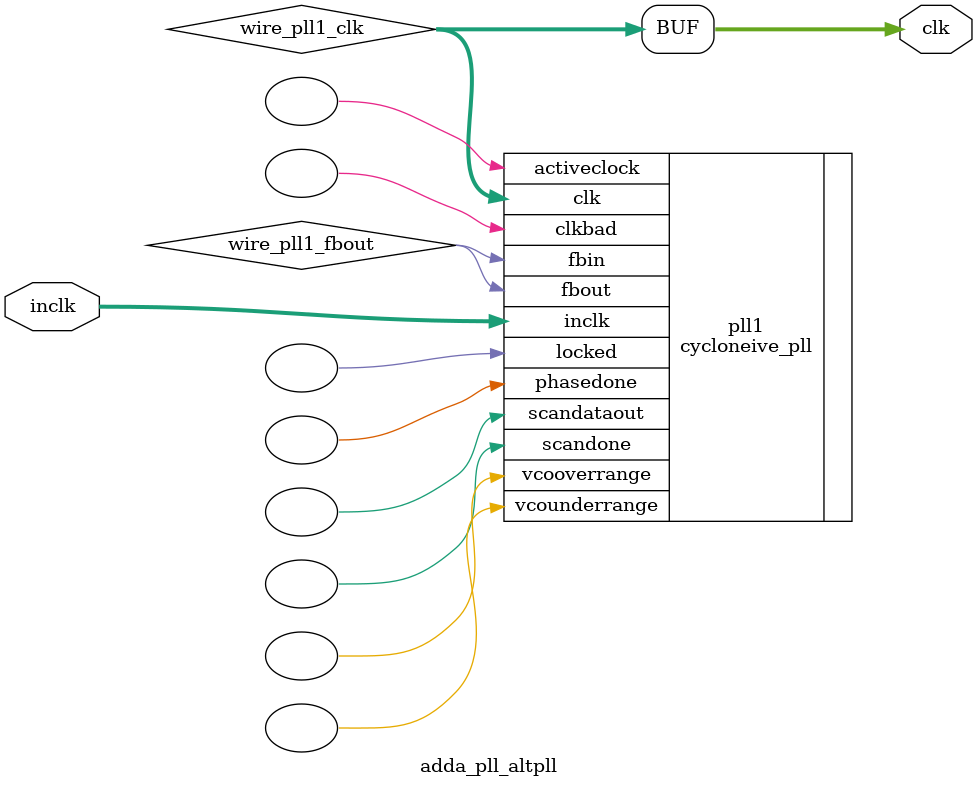
<source format=v>






//synthesis_resources = cycloneive_pll 1 
//synopsys translate_off
`timescale 1 ps / 1 ps
//synopsys translate_on
module  adda_pll_altpll
	( 
	clk,
	inclk) /* synthesis synthesis_clearbox=1 */;
	output   [4:0]  clk;
	input   [1:0]  inclk;
`ifndef ALTERA_RESERVED_QIS
// synopsys translate_off
`endif
	tri0   [1:0]  inclk;
`ifndef ALTERA_RESERVED_QIS
// synopsys translate_on
`endif

	wire  [4:0]   wire_pll1_clk;
	wire  wire_pll1_fbout;

	cycloneive_pll   pll1
	( 
	.activeclock(),
	.clk(wire_pll1_clk),
	.clkbad(),
	.fbin(wire_pll1_fbout),
	.fbout(wire_pll1_fbout),
	.inclk(inclk),
	.locked(),
	.phasedone(),
	.scandataout(),
	.scandone(),
	.vcooverrange(),
	.vcounderrange()
	`ifndef FORMAL_VERIFICATION
	// synopsys translate_off
	`endif
	,
	.areset(1'b0),
	.clkswitch(1'b0),
	.configupdate(1'b0),
	.pfdena(1'b1),
	.phasecounterselect({3{1'b0}}),
	.phasestep(1'b0),
	.phaseupdown(1'b0),
	.scanclk(1'b0),
	.scanclkena(1'b1),
	.scandata(1'b0)
	`ifndef FORMAL_VERIFICATION
	// synopsys translate_on
	`endif
	);
	defparam
		pll1.bandwidth_type = "auto",
		pll1.clk0_divide_by = 2,
		pll1.clk0_duty_cycle = 50,
		pll1.clk0_multiply_by = 5,
		pll1.clk0_phase_shift = "0",
		pll1.clk1_divide_by = 39,
		pll1.clk1_duty_cycle = 50,
		pll1.clk1_multiply_by = 25,
		pll1.clk1_phase_shift = "0",
		pll1.compensate_clock = "clk0",
		pll1.inclk0_input_frequency = 20000,
		pll1.operation_mode = "normal",
		pll1.pll_type = "auto",
		pll1.lpm_type = "cycloneive_pll";
	assign
		clk = {wire_pll1_clk[4:0]};
endmodule //adda_pll_altpll
//VALID FILE

</source>
